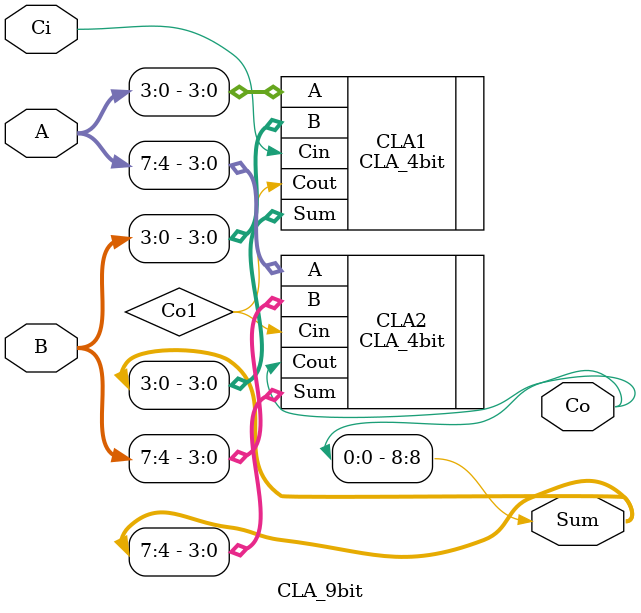
<source format=v>
/*
Carry lookahead adder for 9 bits using three 4-bit CLAs
Author: Lilly Peralta
*/
module CLA_9bit (
  input [8:0] A,
  input [8:0] B,
  input Ci,
  output Co,
  output [8:0] Sum
);

  wire Co1;

  // create 4-bit CLAs
  CLA_4bit CLA1 (
    .A(A[3:0]),
    .B(B[3:0]),
    .Cin(Ci),
    .Cout(Co1),
    .Sum(Sum[3:0])
  );

  CLA_4bit CLA2 (
    .A(A[7:4]),
    .B(B[7:4]),
    .Cin(Co1), // Co1 from the first 4-bit CLA as the carry-in
    .Cout(Co),
    .Sum(Sum[7:4])
  );

  assign Sum[8] = Co;
 
endmodule


</source>
